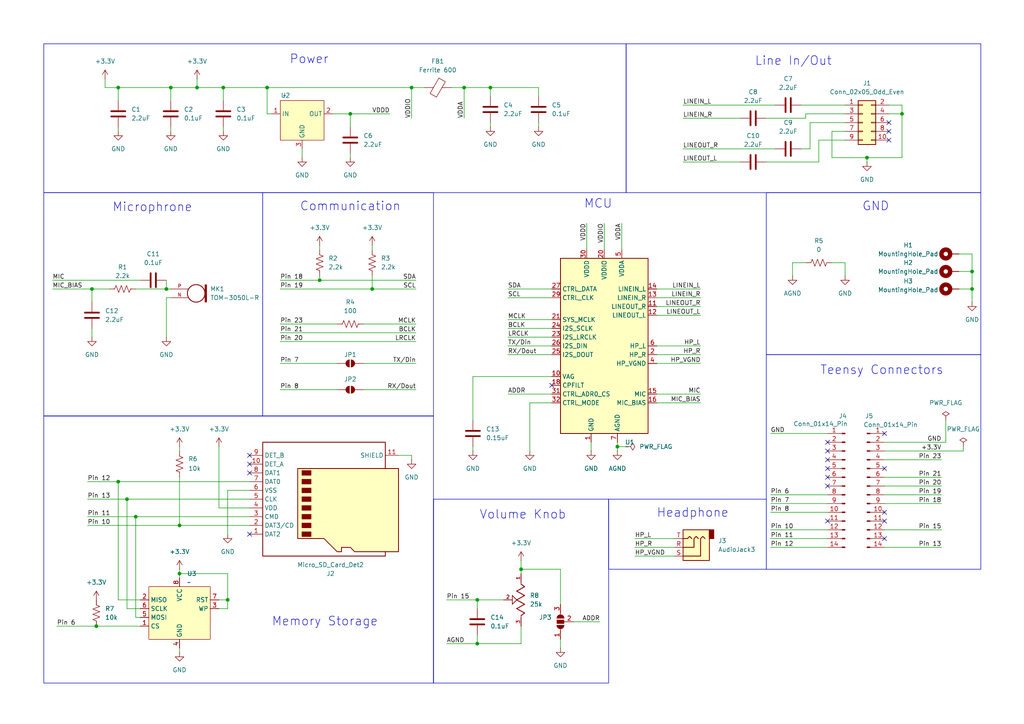
<source format=kicad_sch>
(kicad_sch (version 20231120) (generator "eeschema") (generator_version "8.0")
  (paper "A4")
  (lib_symbols
    (symbol "23LC1024T-ISN:23LC1024T-ISN"
      (property "Reference" "U" (at 0 0 0))
      (symbol "23LC1024T-ISN_1_1"
        (pin bidirectional line (at -2.54 3.81 0) (length 2.54) (name "CS") (number "1"))
        (pin bidirectional line (at -2.54 11.43 0) (length 2.54) (name "MISO") (number "2"))
        (pin bidirectional line (at 20.32 8.89 180) (length 2.54) (name "WP") (number "3"))
        (pin power_in line (at 8.89 -2.54 90) (length 2.54) (name "GND") (number "4"))
        (pin bidirectional line (at -2.54 6.35 0) (length 2.54) (name "MOSI") (number "5"))
        (pin bidirectional line (at -2.54 8.89 0) (length 2.54) (name "SCLK") (number "6"))
        (pin bidirectional line (at 20.32 11.43 180) (length 2.54) (name "RST") (number "7"))
        (pin power_in line (at 8.89 17.78 270) (length 2.54) (name "VCC") (number "8"))
      )
    )
    (symbol "3352T-1-253LF:3352T-1-253LF" (pin_names (offset 1.016))
      (property "Reference" "R" (at -5.08 5.08 0))
      (property "Value" "3352T-1-253LF" (at -5.08 2.54 0))
      (symbol "3352T-1-253LF_0_0"
        (pin passive line (at -7.62 0 0) (length 2.54) (name "~") (number "1"))
        (pin passive line (at 0 -5.08 90) (length 2.54) (name "~") (number "2"))
        (pin passive line (at 7.62 0 180) (length 2.54) (name "~") (number "3"))
      )
    )
    (symbol "AP7313-18SAG-7:AP7313-18SAG-7"
      (property "Reference" "U2" (at 2.794 11.684 0))
      (property "Value" "~" (at 2.54 11.684 0))
      (symbol "AP7313-18SAG-7_1_1"
        (pin power_in line (at -1.27 6.35 0) (length 2.54) (name "IN") (number "1"))
        (pin power_out line (at 16.51 6.35 180) (length 2.54) (name "OUT") (number "2"))
        (pin power_in line (at 7.62 -3.81 90) (length 2.54) (name "GND") (number "3"))
      )
    )
    (symbol "Connector:Conn_01x14_Pin" (pin_names (offset 1.016) hide)
      (property "Reference" "J" (at 0 17.78 0))
      (property "Value" "Conn_01x14_Pin" (at 0 -20.32 0))
      (symbol "Conn_01x14_Pin_1_1"
        (pin passive line (at 5.08 15.24 180) (length 3.81) (name "Pin_1") (number "1"))
        (pin passive line (at 5.08 -7.62 180) (length 3.81) (name "Pin_10") (number "10"))
        (pin passive line (at 5.08 -10.16 180) (length 3.81) (name "Pin_11") (number "11"))
        (pin passive line (at 5.08 -12.7 180) (length 3.81) (name "Pin_12") (number "12"))
        (pin passive line (at 5.08 -15.24 180) (length 3.81) (name "Pin_13") (number "13"))
        (pin passive line (at 5.08 -17.78 180) (length 3.81) (name "Pin_14") (number "14"))
        (pin passive line (at 5.08 12.7 180) (length 3.81) (name "Pin_2") (number "2"))
        (pin passive line (at 5.08 10.16 180) (length 3.81) (name "Pin_3") (number "3"))
        (pin passive line (at 5.08 7.62 180) (length 3.81) (name "Pin_4") (number "4"))
        (pin passive line (at 5.08 5.08 180) (length 3.81) (name "Pin_5") (number "5"))
        (pin passive line (at 5.08 2.54 180) (length 3.81) (name "Pin_6") (number "6"))
        (pin passive line (at 5.08 0 180) (length 3.81) (name "Pin_7") (number "7"))
        (pin passive line (at 5.08 -2.54 180) (length 3.81) (name "Pin_8") (number "8"))
        (pin passive line (at 5.08 -5.08 180) (length 3.81) (name "Pin_9") (number "9"))
      )
    )
    (symbol "Connector:Micro_SD_Card_Det2"
      (property "Reference" "J" (at -16.51 17.78 0))
      (property "Value" "Micro_SD_Card_Det2" (at 16.51 17.78 0))
      (symbol "Micro_SD_Card_Det2_1_1"
        (pin bidirectional line (at -22.86 10.16 0) (length 3.81) (name "DAT2") (number "1"))
        (pin passive line (at -22.86 -10.16 0) (length 3.81) (name "DET_A") (number "10"))
        (pin passive line (at 20.32 -12.7 180) (length 3.81) (name "SHIELD") (number "11"))
        (pin bidirectional line (at -22.86 7.62 0) (length 3.81) (name "DAT3/CD") (number "2"))
        (pin input line (at -22.86 5.08 0) (length 3.81) (name "CMD") (number "3"))
        (pin power_in line (at -22.86 2.54 0) (length 3.81) (name "VDD") (number "4"))
        (pin input line (at -22.86 0 0) (length 3.81) (name "CLK") (number "5"))
        (pin power_in line (at -22.86 -2.54 0) (length 3.81) (name "VSS") (number "6"))
        (pin bidirectional line (at -22.86 -5.08 0) (length 3.81) (name "DAT0") (number "7"))
        (pin bidirectional line (at -22.86 -7.62 0) (length 3.81) (name "DAT1") (number "8"))
        (pin passive line (at -22.86 -12.7 0) (length 3.81) (name "DET_B") (number "9"))
      )
    )
    (symbol "Connector_Audio:AudioJack3"
      (property "Reference" "J" (at 0 8.89 0))
      (property "Value" "AudioJack3" (at 0 6.35 0))
      (symbol "AudioJack3_1_1"
        (pin passive line (at 5.08 0 180) (length 2.54) (name "~") (number "R"))
        (pin passive line (at 5.08 2.54 180) (length 2.54) (name "~") (number "S"))
        (pin passive line (at 5.08 -2.54 180) (length 2.54) (name "~") (number "T"))
      )
    )
    (symbol "Connector_Generic:Conn_02x05_Odd_Even" (pin_names (offset 1.016) hide)
      (property "Reference" "J" (at 1.27 7.62 0))
      (property "Value" "Conn_02x05_Odd_Even" (at 1.27 -7.62 0))
      (symbol "Conn_02x05_Odd_Even_1_1"
        (pin passive line (at -5.08 5.08 0) (length 3.81) (name "Pin_1") (number "1"))
        (pin passive line (at 7.62 -5.08 180) (length 3.81) (name "Pin_10") (number "10"))
        (pin passive line (at 7.62 5.08 180) (length 3.81) (name "Pin_2") (number "2"))
        (pin passive line (at -5.08 2.54 0) (length 3.81) (name "Pin_3") (number "3"))
        (pin passive line (at 7.62 2.54 180) (length 3.81) (name "Pin_4") (number "4"))
        (pin passive line (at -5.08 0 0) (length 3.81) (name "Pin_5") (number "5"))
        (pin passive line (at 7.62 0 180) (length 3.81) (name "Pin_6") (number "6"))
        (pin passive line (at -5.08 -2.54 0) (length 3.81) (name "Pin_7") (number "7"))
        (pin passive line (at 7.62 -2.54 180) (length 3.81) (name "Pin_8") (number "8"))
        (pin passive line (at -5.08 -5.08 0) (length 3.81) (name "Pin_9") (number "9"))
      )
    )
    (symbol "Device:C" (pin_numbers hide) (pin_names (offset 0.254))
      (property "Reference" "C" (at 0.635 2.54 0))
      (property "Value" "C" (at 0.635 -2.54 0))
      (symbol "C_1_1"
        (pin passive line (at 0 3.81 270) (length 2.794) (name "~") (number "1"))
        (pin passive line (at 0 -3.81 90) (length 2.794) (name "~") (number "2"))
      )
    )
    (symbol "Device:FerriteBead" (pin_numbers hide) (pin_names (offset 0))
      (property "Reference" "FB1" (at 7.62 0.0508 90))
      (property "Value" "Ferrite 600" (at 5.08 0.0508 90))
      (symbol "FerriteBead_1_1"
        (pin power_in line (at 0 3.81 270) (length 2.54) (name "~") (number "1"))
        (pin power_out line (at 0 -3.81 90) (length 2.54) (name "~") (number "2"))
      )
    )
    (symbol "Device:R_US" (pin_numbers hide) (pin_names (offset 0))
      (property "Reference" "R" (at 2.54 0 90))
      (property "Value" "R_US" (at -2.54 0 90))
      (symbol "R_US_1_1"
        (pin passive line (at 0 3.81 270) (length 1.27) (name "~") (number "1"))
        (pin passive line (at 0 -3.81 90) (length 1.27) (name "~") (number "2"))
      )
    )
    (symbol "Jumper:SolderJumper_2_Open" (pin_numbers hide) (pin_names (offset 0) hide) (exclude_from_sim yes) (in_bom no)
      (property "Reference" "JP" (at 0 2.032 0))
      (property "Value" "SolderJumper_2_Open" (at 0 -2.54 0))
      (symbol "SolderJumper_2_Open_1_1"
        (pin passive line (at -3.81 0 0) (length 2.54) (name "A") (number "1"))
        (pin passive line (at 3.81 0 180) (length 2.54) (name "B") (number "2"))
      )
    )
    (symbol "Jumper:SolderJumper_3_Open" (pin_names (offset 0) hide) (exclude_from_sim yes) (in_bom no)
      (property "Reference" "JP" (at -2.54 -2.54 0))
      (property "Value" "SolderJumper_3_Open" (at 0 2.794 0))
      (symbol "SolderJumper_3_Open_1_1"
        (pin passive line (at -5.08 0 0) (length 2.54) (name "A") (number "1"))
        (pin passive line (at 0 -3.81 90) (length 2.54) (name "C") (number "2"))
        (pin passive line (at 5.08 0 180) (length 2.54) (name "B") (number "3"))
      )
    )
    (symbol "Mechanical:MountingHole_Pad" (pin_numbers hide) (pin_names (offset 1.016) hide) (exclude_from_sim yes) (in_bom no)
      (property "Reference" "H" (at 0 6.35 0))
      (property "Value" "MountingHole_Pad" (at 0 4.445 0))
      (symbol "MountingHole_Pad_1_1"
        (pin input line (at 0 -2.54 90) (length 2.54) (name "1") (number "1"))
      )
    )
    (symbol "SGTL5000XNBA3:SGTL5000XNBA3"
      (property "Reference" "U" (at 0 0 0))
      (symbol "SGTL5000XNBA3_1_1"
        (pin power_in line (at 8.89 -2.54 90) (length 2.54) (name "GND") (number "1"))
        (pin passive line (at -2.54 16.51 0) (length 2.54) (name "VAG") (number "10"))
        (pin output line (at 27.94 36.83 180) (length 2.54) (name "LINEOUT_R") (number "11"))
        (pin output line (at 27.94 34.29 180) (length 2.54) (name "LINEOUT_L") (number "12"))
        (pin input line (at 27.94 39.37 180) (length 2.54) (name "LINEIN_R") (number "13"))
        (pin input line (at 27.94 41.91 180) (length 2.54) (name "LINEIN_L") (number "14"))
        (pin input line (at 27.94 11.43 180) (length 2.54) (name "MIC") (number "15"))
        (pin input line (at 27.94 8.89 180) (length 2.54) (name "MIC_BIAS") (number "16"))
        (pin no_connect line (at 22.86 0 0) (length 2.54) hide (name "NC") (number "17"))
        (pin input line (at -2.54 13.97 0) (length 2.54) (name "CPFILT") (number "18"))
        (pin no_connect line (at 22.86 17.78 0) (length 2.54) hide (name "NC") (number "19"))
        (pin output line (at 27.94 22.86 180) (length 2.54) (name "HP_R") (number "2"))
        (pin power_in line (at 12.7 53.34 270) (length 2.54) (name "VDDIO") (number "20"))
        (pin input line (at -2.54 33.02 0) (length 2.54) (name "SYS_MCLK") (number "21"))
        (pin no_connect line (at 22.86 15.24 0) (length 2.54) hide (name "NC") (number "22"))
        (pin input line (at -2.54 27.94 0) (length 2.54) (name "I2S_LRCLK") (number "23"))
        (pin input line (at -2.54 30.48 0) (length 2.54) (name "I2S_SCLK") (number "24"))
        (pin output line (at -2.54 22.86 0) (length 2.54) (name "I2S_DOUT") (number "25"))
        (pin input line (at -2.54 25.4 0) (length 2.54) (name "I2S_DIN") (number "26"))
        (pin input line (at -2.54 41.91 0) (length 2.54) (name "CTRL_DATA") (number "27"))
        (pin no_connect line (at 22.86 12.7 0) (length 2.54) hide (name "NC") (number "28"))
        (pin input line (at -2.54 39.37 0) (length 2.54) (name "CTRL_CLK") (number "29"))
        (pin passive line (at 8.89 -2.54 90) (length 2.54) hide (name "GND") (number "3"))
        (pin power_in line (at 7.62 53.34 270) (length 2.54) (name "VDDD") (number "30"))
        (pin input line (at -2.54 11.43 0) (length 2.54) (name "CTRL_ADR0_CS") (number "31"))
        (pin input line (at -2.54 8.89 0) (length 2.54) (name "CTRL_MODE") (number "32"))
        (pin passive line (at 8.89 -2.54 90) (length 2.54) hide (name "GND") (number "33"))
        (pin power_out line (at 27.94 20.32 180) (length 2.54) (name "HP_VGND") (number "4"))
        (pin power_in line (at 17.78 53.34 270) (length 2.54) (name "VDDA") (number "5"))
        (pin output line (at 27.94 25.4 180) (length 2.54) (name "HP_L") (number "6"))
        (pin power_in line (at 16.51 -2.54 90) (length 2.54) (name "AGND") (number "7"))
        (pin no_connect line (at 22.86 5.08 0) (length 2.54) hide (name "NC") (number "8"))
        (pin no_connect line (at 22.86 2.54 0) (length 2.54) hide (name "NC") (number "9"))
      )
    )
    (symbol "TOM-3050L-R:TOM-3050L-R" (pin_names (offset 1.016))
      (property "Reference" "MK" (at -3.429 2.286 0))
      (property "Value" "TOM-3050L-R" (at -3.429 -6.096 0))
      (symbol "TOM-3050L-R_0_0"
        (pin passive line (at -5.08 -2.54 0) (length 5.08) (name "~") (number "N"))
        (pin passive line (at -5.08 0 0) (length 5.08) (name "~") (number "P"))
      )
    )
    (symbol "power:+3.3V" (power) (pin_numbers hide) (pin_names (offset 0) hide)
      (property "Value" "+3.3V" (at 0 3.556 0))
      (symbol "+3.3V_1_1"
        (pin power_in line (at 0 0 90) (length 0) (name "~") (number "1"))
      )
    )
    (symbol "power:GND" (power) (pin_numbers hide) (pin_names (offset 0) hide)
      (property "Value" "GND" (at 0 -3.81 0))
      (symbol "GND_1_1"
        (pin power_in line (at 0 0 270) (length 0) (name "~") (number "1"))
      )
    )
    (symbol "power:GNDA" (power) (pin_numbers hide) (pin_names (offset 0) hide)
      (property "Value" "GNDA" (at 0 -3.81 0))
      (symbol "GNDA_1_1"
        (pin power_in line (at 0 0 270) (length 0) (name "~") (number "1"))
      )
    )
    (symbol "power:PWR_FLAG" (power) (pin_numbers hide) (pin_names (offset 0) hide)
      (property "Value" "PWR_FLAG" (at 0 3.81 0))
      (symbol "PWR_FLAG_0_0"
        (pin power_out line (at 0 0 90) (length 0) (name "~") (number "1"))
      )
    )
  )
  (junction (at 52.07 166.37))
  (junction (at 134.62 25.4))
  (junction (at 34.29 25.4))
  (junction (at 119.38 25.4))
  (junction (at 251.46 45.72))
  (junction (at 49.53 25.4))
  (junction (at 151.13 165.1))
  (junction (at 142.24 25.4))
  (junction (at 66.04 173.99))
  (junction (at 26.67 83.82))
  (junction (at 179.07 129.54))
  (junction (at 138.43 186.69))
  (junction (at 261.62 33.02))
  (junction (at 36.83 144.78))
  (junction (at 77.47 25.4))
  (junction (at 39.37 149.86))
  (junction (at 281.94 83.82))
  (junction (at 101.6 33.02))
  (junction (at 281.94 78.74))
  (junction (at 48.26 83.82))
  (junction (at 138.43 173.99))
  (junction (at 92.71 81.28))
  (junction (at 107.95 83.82))
  (junction (at 52.07 152.4))
  (junction (at 57.15 25.4))
  (junction (at 27.94 181.61))
  (junction (at 34.29 139.7))
  (junction (at 64.77 25.4))
  (no_connect (at 240.03 151.13))
  (no_connect (at 240.03 140.97))
  (no_connect (at 72.39 132.08))
  (no_connect (at 72.39 154.94))
  (no_connect (at 256.54 135.89))
  (no_connect (at 240.03 135.89))
  (no_connect (at 72.39 134.62))
  (no_connect (at 256.54 148.59))
  (no_connect (at 240.03 133.35))
  (no_connect (at 257.81 38.1))
  (no_connect (at 160.02 111.76))
  (no_connect (at 240.03 130.81))
  (no_connect (at 72.39 137.16))
  (no_connect (at 256.54 156.21))
  (no_connect (at 256.54 151.13))
  (no_connect (at 240.03 138.43))
  (no_connect (at 240.03 128.27))
  (no_connect (at 256.54 125.73))
  (no_connect (at 257.81 35.56))
  (no_connect (at 257.81 40.64))
  (wire (pts (xy 198.12 43.18) (xy 224.79 43.18)))
  (wire (pts (xy 34.29 25.4) (xy 34.29 29.21)))
  (wire (pts (xy 147.32 95.25) (xy 160.02 95.25)))
  (wire (pts (xy 147.32 100.33) (xy 160.02 100.33)))
  (wire (pts (xy 151.13 181.61) (xy 151.13 186.69)))
  (wire (pts (xy 190.5 116.84) (xy 203.2 116.84)))
  (wire (pts (xy 190.5 83.82) (xy 203.2 83.82)))
  (wire (pts (xy 234.95 43.18) (xy 234.95 35.56)))
  (wire (pts (xy 223.52 125.73) (xy 240.03 125.73)))
  (wire (pts (xy 87.63 43.18) (xy 87.63 45.72)))
  (wire (pts (xy 184.15 161.29) (xy 195.58 161.29)))
  (wire (pts (xy 223.52 156.21) (xy 240.03 156.21)))
  (wire (pts (xy 179.07 129.54) (xy 181.61 129.54)))
  (wire (pts (xy 223.52 146.05) (xy 240.03 146.05)))
  (wire (pts (xy 223.52 148.59) (xy 240.03 148.59)))
  (wire (pts (xy 232.41 30.48) (xy 245.11 30.48)))
  (wire (pts (xy 156.21 25.4) (xy 156.21 27.94)))
  (wire (pts (xy 147.32 92.71) (xy 160.02 92.71)))
  (wire (pts (xy 278.13 73.66) (xy 281.94 73.66)))
  (wire (pts (xy 233.68 34.29) (xy 233.68 33.02)))
  (wire (pts (xy 101.6 45.72) (xy 101.6 44.45)))
  (wire (pts (xy 48.26 83.82) (xy 49.53 83.82)))
  (wire (pts (xy 160.02 116.84) (xy 153.67 116.84)))
  (wire (pts (xy 281.94 73.66) (xy 281.94 78.74)))
  (wire (pts (xy 52.07 165.1) (xy 52.07 166.37)))
  (wire (pts (xy 81.28 113.03) (xy 97.79 113.03)))
  (wire (pts (xy 147.32 83.82) (xy 160.02 83.82)))
  (wire (pts (xy 26.67 83.82) (xy 31.75 83.82)))
  (wire (pts (xy 256.54 138.43) (xy 273.05 138.43)))
  (wire (pts (xy 256.54 130.81) (xy 279.4 130.81)))
  (wire (pts (xy 171.45 128.27) (xy 171.45 130.81)))
  (wire (pts (xy 96.52 33.02) (xy 101.6 33.02)))
  (wire (pts (xy 40.64 173.99) (xy 34.29 173.99)))
  (wire (pts (xy 92.71 81.28) (xy 92.71 80.01)))
  (wire (pts (xy 119.38 132.08) (xy 119.38 133.35)))
  (wire (pts (xy 107.95 71.12) (xy 107.95 72.39)))
  (wire (pts (xy 241.3 45.72) (xy 251.46 45.72)))
  (wire (pts (xy 256.54 140.97) (xy 273.05 140.97)))
  (wire (pts (xy 142.24 25.4) (xy 142.24 27.94)))
  (wire (pts (xy 232.41 43.18) (xy 234.95 43.18)))
  (wire (pts (xy 66.04 142.24) (xy 66.04 154.94)))
  (wire (pts (xy 256.54 128.27) (xy 274.32 128.27)))
  (wire (pts (xy 138.43 173.99) (xy 146.05 173.99)))
  (wire (pts (xy 64.77 25.4) (xy 64.77 29.21)))
  (wire (pts (xy 190.5 102.87) (xy 203.2 102.87)))
  (wire (pts (xy 274.32 128.27) (xy 274.32 121.92)))
  (wire (pts (xy 229.87 76.2) (xy 233.68 76.2)))
  (wire (pts (xy 39.37 149.86) (xy 72.39 149.86)))
  (wire (pts (xy 105.41 105.41) (xy 120.65 105.41)))
  (wire (pts (xy 261.62 30.48) (xy 257.81 30.48)))
  (wire (pts (xy 52.07 152.4) (xy 72.39 152.4)))
  (wire (pts (xy 34.29 25.4) (xy 49.53 25.4)))
  (wire (pts (xy 279.4 130.81) (xy 279.4 129.54)))
  (wire (pts (xy 190.5 114.3) (xy 203.2 114.3)))
  (wire (pts (xy 25.4 144.78) (xy 36.83 144.78)))
  (wire (pts (xy 130.81 25.4) (xy 134.62 25.4)))
  (wire (pts (xy 72.39 147.32) (xy 63.5 147.32)))
  (wire (pts (xy 261.62 33.02) (xy 261.62 30.48)))
  (wire (pts (xy 234.95 35.56) (xy 245.11 35.56)))
  (wire (pts (xy 105.41 113.03) (xy 120.65 113.03)))
  (wire (pts (xy 81.28 81.28) (xy 92.71 81.28)))
  (wire (pts (xy 39.37 83.82) (xy 48.26 83.82)))
  (wire (pts (xy 66.04 173.99) (xy 66.04 166.37)))
  (wire (pts (xy 138.43 186.69) (xy 138.43 184.15)))
  (wire (pts (xy 147.32 97.79) (xy 160.02 97.79)))
  (wire (pts (xy 52.07 129.54) (xy 52.07 130.81)))
  (wire (pts (xy 256.54 133.35) (xy 273.05 133.35)))
  (wire (pts (xy 198.12 34.29) (xy 214.63 34.29)))
  (wire (pts (xy 237.49 46.99) (xy 237.49 40.64)))
  (wire (pts (xy 170.18 64.77) (xy 170.18 72.39)))
  (wire (pts (xy 142.24 36.83) (xy 142.24 35.56)))
  (wire (pts (xy 40.64 179.07) (xy 39.37 179.07)))
  (wire (pts (xy 66.04 166.37) (xy 52.07 166.37)))
  (wire (pts (xy 137.16 109.22) (xy 137.16 121.92)))
  (wire (pts (xy 241.3 38.1) (xy 241.3 45.72)))
  (wire (pts (xy 92.71 71.12) (xy 92.71 72.39)))
  (wire (pts (xy 57.15 22.86) (xy 57.15 25.4)))
  (wire (pts (xy 281.94 78.74) (xy 278.13 78.74)))
  (wire (pts (xy 26.67 83.82) (xy 26.67 87.63)))
  (wire (pts (xy 147.32 114.3) (xy 160.02 114.3)))
  (wire (pts (xy 241.3 38.1) (xy 245.11 38.1)))
  (wire (pts (xy 77.47 33.02) (xy 78.74 33.02)))
  (wire (pts (xy 25.4 152.4) (xy 52.07 152.4)))
  (wire (pts (xy 16.51 181.61) (xy 27.94 181.61)))
  (wire (pts (xy 138.43 173.99) (xy 138.43 176.53)))
  (wire (pts (xy 57.15 25.4) (xy 64.77 25.4)))
  (wire (pts (xy 237.49 40.64) (xy 245.11 40.64)))
  (wire (pts (xy 81.28 83.82) (xy 107.95 83.82)))
  (wire (pts (xy 162.56 185.42) (xy 162.56 187.96)))
  (wire (pts (xy 25.4 139.7) (xy 34.29 139.7)))
  (wire (pts (xy 184.15 156.21) (xy 195.58 156.21)))
  (wire (pts (xy 147.32 86.36) (xy 160.02 86.36)))
  (wire (pts (xy 134.62 25.4) (xy 134.62 34.29)))
  (wire (pts (xy 142.24 25.4) (xy 156.21 25.4)))
  (wire (pts (xy 63.5 129.54) (xy 63.5 147.32)))
  (wire (pts (xy 40.64 176.53) (xy 36.83 176.53)))
  (wire (pts (xy 34.29 36.83) (xy 34.29 38.1)))
  (wire (pts (xy 175.26 64.77) (xy 175.26 72.39)))
  (wire (pts (xy 39.37 179.07) (xy 39.37 149.86)))
  (wire (pts (xy 119.38 25.4) (xy 123.19 25.4)))
  (wire (pts (xy 256.54 143.51) (xy 273.05 143.51)))
  (wire (pts (xy 190.5 91.44) (xy 203.2 91.44)))
  (wire (pts (xy 115.57 132.08) (xy 119.38 132.08)))
  (wire (pts (xy 138.43 186.69) (xy 151.13 186.69)))
  (wire (pts (xy 26.67 97.79) (xy 26.67 95.25)))
  (wire (pts (xy 105.41 93.98) (xy 120.65 93.98)))
  (wire (pts (xy 233.68 33.02) (xy 245.11 33.02)))
  (wire (pts (xy 49.53 36.83) (xy 49.53 38.1)))
  (wire (pts (xy 36.83 144.78) (xy 72.39 144.78)))
  (wire (pts (xy 30.48 22.86) (xy 30.48 25.4)))
  (wire (pts (xy 184.15 158.75) (xy 195.58 158.75)))
  (wire (pts (xy 49.53 25.4) (xy 57.15 25.4)))
  (wire (pts (xy 166.37 180.34) (xy 173.99 180.34)))
  (wire (pts (xy 66.04 142.24) (xy 72.39 142.24)))
  (wire (pts (xy 153.67 116.84) (xy 153.67 130.81)))
  (wire (pts (xy 49.53 25.4) (xy 49.53 29.21)))
  (wire (pts (xy 229.87 76.2) (xy 229.87 80.01)))
  (wire (pts (xy 151.13 162.56) (xy 151.13 165.1)))
  (wire (pts (xy 223.52 158.75) (xy 240.03 158.75)))
  (wire (pts (xy 281.94 83.82) (xy 281.94 87.63)))
  (wire (pts (xy 15.24 83.82) (xy 26.67 83.82)))
  (wire (pts (xy 256.54 158.75) (xy 273.05 158.75)))
  (wire (pts (xy 222.25 46.99) (xy 237.49 46.99)))
  (wire (pts (xy 52.07 138.43) (xy 52.07 152.4)))
  (wire (pts (xy 101.6 33.02) (xy 113.03 33.02)))
  (wire (pts (xy 223.52 153.67) (xy 240.03 153.67)))
  (wire (pts (xy 198.12 46.99) (xy 214.63 46.99)))
  (wire (pts (xy 52.07 166.37) (xy 52.07 167.64)))
  (wire (pts (xy 107.95 83.82) (xy 120.65 83.82)))
  (wire (pts (xy 36.83 144.78) (xy 36.83 176.53)))
  (wire (pts (xy 223.52 143.51) (xy 240.03 143.51)))
  (wire (pts (xy 101.6 33.02) (xy 101.6 36.83)))
  (wire (pts (xy 129.54 186.69) (xy 138.43 186.69)))
  (wire (pts (xy 64.77 25.4) (xy 77.47 25.4)))
  (wire (pts (xy 190.5 100.33) (xy 203.2 100.33)))
  (wire (pts (xy 77.47 25.4) (xy 119.38 25.4)))
  (wire (pts (xy 278.13 83.82) (xy 281.94 83.82)))
  (wire (pts (xy 190.5 105.41) (xy 203.2 105.41)))
  (wire (pts (xy 251.46 45.72) (xy 251.46 46.99)))
  (wire (pts (xy 81.28 93.98) (xy 97.79 93.98)))
  (wire (pts (xy 34.29 139.7) (xy 34.29 173.99)))
  (wire (pts (xy 30.48 25.4) (xy 34.29 25.4)))
  (wire (pts (xy 25.4 149.86) (xy 39.37 149.86)))
  (wire (pts (xy 49.53 86.36) (xy 48.26 86.36)))
  (wire (pts (xy 34.29 139.7) (xy 72.39 139.7)))
  (wire (pts (xy 190.5 88.9) (xy 203.2 88.9)))
  (wire (pts (xy 81.28 105.41) (xy 97.79 105.41)))
  (wire (pts (xy 222.25 34.29) (xy 233.68 34.29)))
  (wire (pts (xy 151.13 165.1) (xy 162.56 165.1)))
  (wire (pts (xy 15.24 81.28) (xy 40.64 81.28)))
  (wire (pts (xy 190.5 86.36) (xy 203.2 86.36)))
  (wire (pts (xy 81.28 99.06) (xy 120.65 99.06)))
  (wire (pts (xy 179.07 129.54) (xy 179.07 130.81)))
  (wire (pts (xy 245.11 76.2) (xy 245.11 80.01)))
  (wire (pts (xy 160.02 109.22) (xy 137.16 109.22)))
  (wire (pts (xy 137.16 129.54) (xy 137.16 130.81)))
  (wire (pts (xy 162.56 165.1) (xy 162.56 175.26)))
  (wire (pts (xy 63.5 173.99) (xy 66.04 173.99)))
  (wire (pts (xy 129.54 173.99) (xy 138.43 173.99)))
  (wire (pts (xy 180.34 64.77) (xy 180.34 72.39)))
  (wire (pts (xy 281.94 78.74) (xy 281.94 83.82)))
  (wire (pts (xy 40.64 181.61) (xy 27.94 181.61)))
  (wire (pts (xy 251.46 45.72) (xy 261.62 45.72)))
  (wire (pts (xy 63.5 176.53) (xy 66.04 176.53)))
  (wire (pts (xy 151.13 165.1) (xy 151.13 166.37)))
  (wire (pts (xy 48.26 81.28) (xy 48.26 83.82)))
  (wire (pts (xy 256.54 146.05) (xy 273.05 146.05)))
  (wire (pts (xy 77.47 33.02) (xy 77.47 25.4)))
  (wire (pts (xy 147.32 102.87) (xy 160.02 102.87)))
  (wire (pts (xy 134.62 25.4) (xy 142.24 25.4)))
  (wire (pts (xy 156.21 36.83) (xy 156.21 35.56)))
  (wire (pts (xy 107.95 83.82) (xy 107.95 80.01)))
  (wire (pts (xy 179.07 128.27) (xy 179.07 129.54)))
  (wire (pts (xy 256.54 153.67) (xy 273.05 153.67)))
  (wire (pts (xy 261.62 45.72) (xy 261.62 33.02)))
  (wire (pts (xy 64.77 36.83) (xy 64.77 38.1)))
  (wire (pts (xy 81.28 96.52) (xy 120.65 96.52)))
  (wire (pts (xy 52.07 189.23) (xy 52.07 187.96)))
  (wire (pts (xy 257.81 33.02) (xy 261.62 33.02)))
  (wire (pts (xy 241.3 76.2) (xy 245.11 76.2)))
  (wire (pts (xy 198.12 30.48) (xy 224.79 30.48)))
  (wire (pts (xy 48.26 86.36) (xy 48.26 97.79)))
  (wire (pts (xy 66.04 176.53) (xy 66.04 173.99)))
  (wire (pts (xy 92.71 81.28) (xy 120.65 81.28)))
  (wire (pts (xy 119.38 25.4) (xy 119.38 34.29)))
  (rectangle (start 12.7 55.88) (end 76.2 120.65))
  (rectangle (start 76.2 55.88) (end 125.73 120.65))
  (rectangle (start 176.53 144.78) (end 222.25 165.1))
  (rectangle (start 222.25 55.88) (end 284.48 102.87))
  (rectangle (start 222.25 102.87) (end 284.48 165.1))
  (rectangle (start 12.7 120.65) (end 125.73 198.12))
  (rectangle (start 125.73 144.78) (end 176.53 198.12))
  (rectangle (start 12.7 12.7) (end 181.61 55.88))
  (rectangle (start 181.61 12.7) (end 284.48 55.88))
  (text "Microphrone" (at 44.196 60.198 0) (effects (font (size 2.54 2.54))))
  (text "Volume Knob" (at 151.638 149.352 0) (effects (font (size 2.54 2.54))))
  (text "Headphone" (at 200.914 148.844 0) (effects (font (size 2.54 2.54))))
  (text "Power" (at 89.662 17.272 0) (effects (font (size 2.54 2.54))))
  (text "Memory Storage" (at 94.234 180.34 0) (effects (font (size 2.54 2.54))))
  (text "Teensy Connectors" (at 255.778 107.442 0) (effects (font (size 2.54 2.54))))
  (text "MCU" (at 173.482 59.182 0) (effects (font (size 2.54 2.54))))
  (text "Communication" (at 101.6 59.944 0) (effects (font (size 2.54 2.54))))
  (text "GND" (at 254 59.944 0) (effects (font (size 2.54 2.54))))
  (text "Line In/Out" (at 230.124 17.78 0) (effects (font (size 2.54 2.54))))
  (label "Pin 11" (at 223.52 156.21 0))
  (label "SCL" (at 120.65 83.82 180))
  (label "LINEIN_L" (at 203.2 83.82 180))
  (label "HP_VGND" (at 203.2 105.41 180))
  (label "VDDA" (at 134.62 34.29 90))
  (label "Pin 11" (at 25.4 149.86 0))
  (label "Pin 20" (at 81.28 99.06 0))
  (label "SDA" (at 147.32 83.82 0))
  (label "Pin 6" (at 16.51 181.61 0))
  (label "Pin 7" (at 223.52 146.05 0))
  (label "Pin 6" (at 223.52 143.51 0))
  (label "Pin 23" (at 81.28 93.98 0))
  (label "Pin 12" (at 25.4 139.7 0))
  (label "MIC" (at 203.2 114.3 180))
  (label "HP_R" (at 184.15 158.75 0))
  (label "RX{slash}Dout" (at 120.65 113.03 180))
  (label "SCL" (at 147.32 86.36 0))
  (label "Pin 10" (at 25.4 152.4 0))
  (label "AGND" (at 129.54 186.69 0))
  (label "Pin 7" (at 81.28 105.41 0))
  (label "LINEOUT_L" (at 203.2 91.44 180))
  (label "HP_L" (at 203.2 100.33 180))
  (label "GND" (at 223.52 125.73 0))
  (label "ADDR" (at 173.99 180.34 180))
  (label "Pin 8" (at 81.28 113.03 0))
  (label "GND" (at 273.05 128.27 180))
  (label "Pin 20" (at 273.05 140.97 180))
  (label "LINEOUT_R" (at 203.2 88.9 180))
  (label "MIC" (at 15.24 81.28 0))
  (label "Pin 13" (at 273.05 158.75 180))
  (label "MIC_BIAS" (at 15.24 83.82 0))
  (label "HP_VGND" (at 184.15 161.29 0))
  (label "LINEIN_R" (at 203.2 86.36 180))
  (label "HP_R" (at 203.2 102.87 180))
  (label "ADDR" (at 147.32 114.3 0))
  (label "Pin 13" (at 25.4 144.78 0))
  (label "Pin 21" (at 81.28 96.52 0))
  (label "TX{slash}Din" (at 120.65 105.41 180))
  (label "MCLK" (at 147.32 92.71 0))
  (label "+3.3V" (at 273.05 130.81 180))
  (label "Pin 19" (at 273.05 143.51 180))
  (label "Pin 12" (at 223.52 158.75 0))
  (label "BCLK" (at 120.65 96.52 180))
  (label "Pin 15" (at 273.05 153.67 180))
  (label "Pin 19" (at 81.28 83.82 0))
  (label "VDDIO" (at 175.26 64.77 270))
  (label "Pin 21" (at 273.05 138.43 180))
  (label "Pin 18" (at 81.28 81.28 0))
  (label "Pin 15" (at 129.54 173.99 0))
  (label "VDDD" (at 170.18 64.77 270))
  (label "HP_L" (at 184.15 156.21 0))
  (label "Pin 10" (at 223.52 153.67 0))
  (label "Pin 8" (at 223.52 148.59 0))
  (label "VDDIO" (at 119.38 34.29 90))
  (label "VDDD" (at 113.03 33.02 180))
  (label "SDA" (at 120.65 81.28 180))
  (label "Pin 23" (at 273.05 133.35 180))
  (label "LINEOUT_R" (at 198.12 43.18 0))
  (label "Pin 18" (at 273.05 146.05 180))
  (label "VDDA" (at 180.34 64.77 270))
  (label "LINEIN_R" (at 198.12 34.29 0))
  (label "MCLK" (at 120.65 93.98 180))
  (label "BCLK" (at 147.32 95.25 0))
  (label "LINEIN_L" (at 198.12 30.48 0))
  (label "LRCLK" (at 120.65 99.06 180))
  (label "RX{slash}Dout" (at 147.32 102.87 0))
  (label "LRCLK" (at 147.32 97.79 0))
  (label "TX{slash}Din" (at 147.32 100.33 0))
  (label "LINEOUT_L" (at 198.12 46.99 0))
  (label "MIC_BIAS" (at 203.2 116.84 180))
  (symbol (lib_id "Device:C") (at 218.44 34.29 90) (unit 1)
    (property "Reference" "C8" (at 218.44 26.67 90))
    (property "Value" "2.2uF" (at 218.44 29.21 90))
    (property "Footprint" "Capacitor_SMD:C_0402_1005Metric" (effects (hide yes)))
    (property "Description" "Unpolarized capacitor" (effects (hide yes)))
  )
  (symbol (lib_id "Connector:Conn_01x14_Pin") (at 251.46 140.97 0) (unit 1)
    (property "Reference" "J5" (at 252.095 120.65 0))
    (property "Value" "Conn_01x14_Pin" (at 258.318 123.19 0))
    (property "Footprint" "Connector_PinHeader_2.54mm:PinHeader_1x14_P2.54mm_Vertical" (effects (hide yes)))
    (property "Description" "Generic connector, single row, 01x14, script generated" (effects (hide yes)))
  )
  (symbol (lib_id "Device:C") (at 228.6 30.48 90) (unit 1)
    (property "Reference" "C7" (at 228.6 22.86 90))
    (property "Value" "2.2uF" (at 228.6 25.4 90))
    (property "Footprint" "Capacitor_SMD:C_0402_1005Metric" (effects (hide yes)))
    (property "Description" "Unpolarized capacitor" (effects (hide yes)))
  )
  (symbol (lib_id "power:+3.3V") (at 151.13 162.56 0) (unit 1)
    (property "Reference" "#PWR020" (effects (hide yes)))
    (property "Value" "+3.3V" (at 151.13 157.48 0))
    (property "Description" "Power symbol creates a global label with name \"+3.3V\"" (effects (hide yes)))
  )
  (symbol (lib_id "Device:R_US") (at 35.56 83.82 90) (unit 1)
    (property "Reference" "R1" (at 35.56 77.47 90))
    (property "Value" "2.2k" (at 35.56 80.01 90))
    (property "Footprint" "Resistor_SMD:R_0402_1005Metric" (effects (hide yes)))
    (property "Description" "Resistor, US symbol" (effects (hide yes)))
  )
  (symbol (lib_id "Device:R_US") (at 52.07 134.62 0) (unit 1)
    (property "Reference" "R6" (at 54.61 133.096 0) (effects (justify left)))
    (property "Value" "10k" (at 54.61 135.8899 0) (effects (justify left)))
    (property "Footprint" "Resistor_SMD:R_0402_1005Metric" (effects (hide yes)))
    (property "Description" "Resistor, US symbol" (effects (hide yes)))
  )
  (symbol (lib_id "SGTL5000XNBA3:SGTL5000XNBA3") (at 162.56 125.73 0) (unit 1)
    (property "Reference" "U1" (at 181.2641 128.27 0) (effects (justify left)))
    (property "Value" "~" (at 181.2641 129.54 0) (effects (justify left)))
    (property "Footprint" "Package_DFN_QFN:QFN-32-1EP_5x5mm_P0.5mm_EP3.6x3.6mm" (effects (hide yes)))
  )
  (symbol (lib_id "Device:C") (at 49.53 33.02 0) (unit 1)
    (property "Reference" "C2" (at 53.34 31.7499 0) (effects (justify left)))
    (property "Value" "0.1uF" (at 53.34 34.2899 0) (effects (justify left)))
    (property "Footprint" "Capacitor_SMD:C_0402_1005Metric" (effects (hide yes)))
    (property "Description" "Unpolarized capacitor" (effects (hide yes)))
  )
  (symbol (lib_id "Device:R_US") (at 27.94 177.8 0) (unit 1)
    (property "Reference" "R7" (at 30.48 176.5299 0) (effects (justify left)))
    (property "Value" "10k" (at 30.48 179.0699 0) (effects (justify left)))
    (property "Footprint" "Resistor_SMD:R_0402_1005Metric" (effects (hide yes)))
    (property "Description" "Resistor, US symbol" (effects (hide yes)))
  )
  (symbol (lib_id "power:+3.3V") (at 30.48 22.86 0) (unit 1)
    (property "Reference" "#PWR024" (effects (hide yes)))
    (property "Value" "+3.3V" (at 30.48 17.78 0))
    (property "Description" "Power symbol creates a global label with name \"+3.3V\"" (effects (hide yes)))
  )
  (symbol (lib_id "Device:FerriteBead") (at 127 25.4 90) (unit 1)
    (property "Reference" "FB1" (at 126.9492 17.78 90))
    (property "Value" "Ferrite 600" (at 126.9492 20.32 90))
    (property "Footprint" "Inductor_SMD:L_0402_1005Metric" (effects (hide yes)))
    (property "Description" "Ferrite bead" (effects (hide yes)))
  )
  (symbol (lib_id "power:GNDA") (at 179.07 130.81 0) (unit 1)
    (property "Reference" "#PWR027" (effects (hide yes)))
    (property "Value" "AGND" (at 179.07 135.89 0))
    (property "Description" "Power symbol creates a global label with name \"GNDA\" , analog ground" (effects (hide yes)))
  )
  (symbol (lib_id "Mechanical:MountingHole_Pad") (at 275.59 83.82 90) (unit 1) (exclude_from_sim yes) (in_bom no)
    (property "Reference" "H3" (at 263.398 81.534 90))
    (property "Value" "MountingHole_Pad" (at 263.398 84.074 90))
    (property "Footprint" "MountingHole:MountingHole_3.2mm_M3_ISO7380_Pad" (effects (hide yes)))
    (property "Description" "Mounting Hole with connection" (effects (hide yes)))
  )
  (symbol (lib_id "power:GND") (at 64.77 38.1 0) (unit 1)
    (property "Reference" "#PWR05" (effects (hide yes)))
    (property "Value" "GND" (at 64.77 43.18 0))
    (property "Description" "Power symbol creates a global label with name \"GND\" , ground" (effects (hide yes)))
  )
  (symbol (lib_id "Connector_Audio:AudioJack3") (at 200.66 158.75 180) (unit 1)
    (property "Reference" "J3" (at 208.28 156.8449 0) (effects (justify right)))
    (property "Value" "AudioJack3" (at 208.28 159.3849 0) (effects (justify right)))
    (property "Footprint" "Connector_Audio:Jack_3.5mm_CUI_SJ-3523-SMT_Horizontal" (effects (hide yes)))
    (property "Description" "Audio Jack, 3 Poles (Stereo / TRS)" (effects (hide yes)))
  )
  (symbol (lib_id "power:GND") (at 52.07 189.23 0) (unit 1)
    (property "Reference" "#PWR015" (effects (hide yes)))
    (property "Value" "GND" (at 52.07 194.31 0))
    (property "Description" "Power symbol creates a global label with name \"GND\" , ground" (effects (hide yes)))
  )
  (symbol (lib_id "power:PWR_FLAG") (at 181.61 129.54 270) (unit 1)
    (property "Reference" "#FLG03" (effects (hide yes)))
    (property "Value" "PWR_FLAG" (at 185.42 129.5399 90) (effects (justify left)))
    (property "Description" "Special symbol for telling ERC where power comes from" (effects (hide yes)))
  )
  (symbol (lib_id "Device:C") (at 142.24 31.75 0) (unit 1)
    (property "Reference" "C4" (at 146.05 30.4799 0) (effects (justify left)))
    (property "Value" "2.2uF" (at 146.05 33.0199 0) (effects (justify left)))
    (property "Footprint" "Capacitor_SMD:C_0402_1005Metric" (effects (hide yes)))
    (property "Description" "Unpolarized capacitor" (effects (hide yes)))
  )
  (symbol (lib_id "power:GND") (at 251.46 46.99 0) (unit 1)
    (property "Reference" "#PWR014" (effects (hide yes)))
    (property "Value" "GND" (at 251.46 52.07 0))
    (property "Description" "Power symbol creates a global label with name \"GND\" , ground" (effects (hide yes)))
  )
  (symbol (lib_id "power:GND") (at 153.67 130.81 0) (unit 1)
    (property "Reference" "#PWR028" (effects (hide yes)))
    (property "Value" "GND" (at 153.67 135.89 0))
    (property "Description" "Power symbol creates a global label with name \"GND\" , ground" (effects (hide yes)))
  )
  (symbol (lib_id "power:GND") (at 66.04 154.94 0) (unit 1)
    (property "Reference" "#PWR012" (effects (hide yes)))
    (property "Value" "GND" (at 66.04 160.02 0))
    (property "Description" "Power symbol creates a global label with name \"GND\" , ground" (effects (hide yes)))
  )
  (symbol (lib_id "power:PWR_FLAG") (at 279.4 129.54 0) (unit 1)
    (property "Reference" "#FLG02" (effects (hide yes)))
    (property "Value" "PWR_FLAG" (at 279.4 124.46 0))
    (property "Description" "Special symbol for telling ERC where power comes from" (effects (hide yes)))
  )
  (symbol (lib_id "power:GND") (at 49.53 38.1 0) (unit 1)
    (property "Reference" "#PWR06" (effects (hide yes)))
    (property "Value" "GND" (at 49.53 43.18 0))
    (property "Description" "Power symbol creates a global label with name \"GND\" , ground" (effects (hide yes)))
  )
  (symbol (lib_id "AP7313-18SAG-7:AP7313-18SAG-7") (at 80.01 39.37 0) (unit 1)
    (property "Reference" "U2" (at 82.804 27.686 0))
    (property "Value" "~" (at 82.55 27.686 0))
    (property "Footprint" "AP7313-18SAG-7:SOT95P260X110-3N" (effects (hide yes)))
  )
  (symbol (lib_id "power:+3.3V") (at 63.5 129.54 0) (unit 1)
    (property "Reference" "#PWR016" (effects (hide yes)))
    (property "Value" "+3.3V" (at 63.5 124.46 0))
    (property "Description" "Power symbol creates a global label with name \"+3.3V\"" (effects (hide yes)))
  )
  (symbol (lib_id "Connector_Generic:Conn_02x05_Odd_Even") (at 250.19 35.56 0) (unit 1)
    (property "Reference" "J1" (at 251.46 24.13 0))
    (property "Value" "Conn_02x05_Odd_Even" (at 251.46 26.67 0))
    (property "Footprint" "Connector_PinHeader_2.54mm:PinHeader_2x05_P2.54mm_Vertical" (effects (hide yes)))
    (property "Description" "Generic connector, double row, 02x05, odd/even pin numbering scheme (row 1 odd numbers, row 2 even numbers), script generated (kicad-library-utils/schlib/autogen/connector/)" (effects (hide yes)))
  )
  (symbol (lib_id "power:+3.3V") (at 107.95 71.12 0) (unit 1)
    (property "Reference" "#PWR022" (effects (hide yes)))
    (property "Value" "+3.3V" (at 107.95 66.04 0))
    (property "Description" "Power symbol creates a global label with name \"+3.3V\"" (effects (hide yes)))
  )
  (symbol (lib_id "Jumper:SolderJumper_2_Open") (at 101.6 105.41 0) (unit 1) (exclude_from_sim yes) (in_bom no)
    (property "Reference" "JP1" (at 101.6 102.87 0))
    (property "Value" "SolderJumper_2_Open" (effects (hide yes)))
    (property "Footprint" "Jumper:SolderJumper-2_P1.3mm_Open_Pad1.0x1.5mm" (effects (hide yes)))
    (property "Description" "Solder Jumper, 2-pole, open" (effects (hide yes)))
  )
  (symbol (lib_id "Device:R_US") (at 237.49 76.2 90) (unit 1)
    (property "Reference" "R5" (at 237.49 69.85 90))
    (property "Value" "0" (at 237.49 72.39 90))
    (property "Footprint" "Resistor_SMD:R_0402_1005Metric" (effects (hide yes)))
    (property "Description" "Resistor, US symbol" (effects (hide yes)))
  )
  (symbol (lib_id "power:GND") (at 245.11 80.01 0) (unit 1)
    (property "Reference" "#PWR013" (effects (hide yes)))
    (property "Value" "GND" (at 245.11 85.09 0))
    (property "Description" "Power symbol creates a global label with name \"GND\" , ground" (effects (hide yes)))
  )
  (symbol (lib_id "power:GND") (at 101.6 45.72 0) (unit 1)
    (property "Reference" "#PWR03" (effects (hide yes)))
    (property "Value" "GND" (at 101.6 50.8 0))
    (property "Description" "Power symbol creates a global label with name \"GND\" , ground" (effects (hide yes)))
  )
  (symbol (lib_id "power:GND") (at 48.26 97.79 0) (unit 1)
    (property "Reference" "#PWR011" (effects (hide yes)))
    (property "Value" "GND" (at 48.26 102.87 0))
    (property "Description" "Power symbol creates a global label with name \"GND\" , ground" (effects (hide yes)))
  )
  (symbol (lib_id "power:GND") (at 281.94 87.63 0) (mirror y) (unit 1)
    (property "Reference" "#PWR030" (effects (hide yes)))
    (property "Value" "GND" (at 281.94 92.71 0))
    (property "Description" "Power symbol creates a global label with name \"GND\" , ground" (effects (hide yes)))
  )
  (symbol (lib_id "power:+3.3V") (at 92.71 71.12 0) (unit 1)
    (property "Reference" "#PWR021" (effects (hide yes)))
    (property "Value" "+3.3V" (at 92.71 66.04 0))
    (property "Description" "Power symbol creates a global label with name \"+3.3V\"" (effects (hide yes)))
  )
  (symbol (lib_id "Device:C") (at 137.16 125.73 180) (unit 1)
    (property "Reference" "C13" (at 140.97 124.4599 0) (effects (justify right)))
    (property "Value" "0.15uF" (at 140.97 126.9999 0) (effects (justify right)))
    (property "Footprint" "Capacitor_SMD:C_0402_1005Metric" (effects (hide yes)))
    (property "Description" "Unpolarized capacitor" (effects (hide yes)))
  )
  (symbol (lib_id "Device:C") (at 138.43 180.34 180) (unit 1)
    (property "Reference" "C14" (at 142.24 179.0699 0) (effects (justify right)))
    (property "Value" "0.1uF" (at 142.24 181.6099 0) (effects (justify right)))
    (property "Footprint" "Capacitor_SMD:C_0402_1005Metric" (effects (hide yes)))
    (property "Description" "Unpolarized capacitor" (effects (hide yes)))
  )
  (symbol (lib_id "power:GND") (at 162.56 187.96 0) (unit 1)
    (property "Reference" "#PWR026" (effects (hide yes)))
    (property "Value" "GND" (at 162.56 193.04 0))
    (property "Description" "Power symbol creates a global label with name \"GND\" , ground" (effects (hide yes)))
  )
  (symbol (lib_id "power:GND") (at 156.21 36.83 0) (unit 1)
    (property "Reference" "#PWR01" (effects (hide yes)))
    (property "Value" "GND" (at 156.21 41.91 0))
    (property "Description" "Power symbol creates a global label with name \"GND\" , ground" (effects (hide yes)))
  )
  (symbol (lib_id "Mechanical:MountingHole_Pad") (at 275.59 78.74 90) (unit 1) (exclude_from_sim yes) (in_bom no)
    (property "Reference" "H2" (at 263.398 76.2 90))
    (property "Value" "MountingHole_Pad" (at 263.398 78.74 90))
    (property "Footprint" "MountingHole:MountingHole_3.2mm_M3_ISO7380_Pad" (effects (hide yes)))
    (property "Description" "Mounting Hole with connection" (effects (hide yes)))
  )
  (symbol (lib_id "Connector:Conn_01x14_Pin") (at 245.11 140.97 0) (mirror y) (unit 1)
    (property "Reference" "J4" (at 244.475 120.65 0))
    (property "Value" "Conn_01x14_Pin" (at 237.998 122.936 0))
    (property "Footprint" "Connector_PinHeader_2.54mm:PinHeader_1x14_P2.54mm_Vertical" (effects (hide yes)))
    (property "Description" "Generic connector, single row, 01x14, script generated" (effects (hide yes)))
  )
  (symbol (lib_id "23LC1024T-ISN:23LC1024T-ISN") (at 43.18 185.42 0) (unit 1)
    (property "Reference" "U3" (at 54.2641 166.37 0) (effects (justify left)))
    (property "Value" "~" (at 54.2641 168.91 0) (effects (justify left)))
    (property "Footprint" "23LC1024T-I_SN:SOIC127P600X175-8N" (effects (hide yes)))
  )
  (symbol (lib_id "Device:R_US") (at 107.95 76.2 180) (unit 1)
    (property "Reference" "R3" (at 110.49 74.9299 0) (effects (justify right)))
    (property "Value" "2.2k" (at 110.49 77.4699 0) (effects (justify right)))
    (property "Footprint" "Resistor_SMD:R_0402_1005Metric" (effects (hide yes)))
    (property "Description" "Resistor, US symbol" (effects (hide yes)))
  )
  (symbol (lib_id "Device:C") (at 44.45 81.28 90) (unit 1)
    (property "Reference" "C11" (at 44.45 73.66 90))
    (property "Value" "0.1uF" (at 44.45 76.2 90))
    (property "Footprint" "Capacitor_SMD:C_0402_1005Metric" (effects (hide yes)))
    (property "Description" "Unpolarized capacitor" (effects (hide yes)))
  )
  (symbol (lib_id "power:GND") (at 34.29 38.1 0) (unit 1)
    (property "Reference" "#PWR07" (effects (hide yes)))
    (property "Value" "GND" (at 34.29 43.18 0))
    (property "Description" "Power symbol creates a global label with name \"GND\" , ground" (effects (hide yes)))
  )
  (symbol (lib_id "Jumper:SolderJumper_2_Open") (at 101.6 113.03 0) (unit 1) (exclude_from_sim yes) (in_bom no)
    (property "Reference" "JP2" (at 101.6 109.982 0))
    (property "Value" "SolderJumper_2_Open" (effects (hide yes)))
    (property "Footprint" "Jumper:SolderJumper-2_P1.3mm_Open_Pad1.0x1.5mm" (effects (hide yes)))
    (property "Description" "Solder Jumper, 2-pole, open" (effects (hide yes)))
  )
  (symbol (lib_id "power:GND") (at 137.16 130.81 0) (unit 1)
    (property "Reference" "#PWR08" (effects (hide yes)))
    (property "Value" "GND" (at 137.16 135.89 0))
    (property "Description" "Power symbol creates a global label with name \"GND\" , ground" (effects (hide yes)))
  )
  (symbol (lib_id "power:+3.3V") (at 52.07 129.54 0) (unit 1)
    (property "Reference" "#PWR019" (effects (hide yes)))
    (property "Value" "+3.3V" (at 52.07 124.46 0))
    (property "Description" "Power symbol creates a global label with name \"+3.3V\"" (effects (hide yes)))
  )
  (symbol (lib_id "Device:C") (at 101.6 40.64 0) (unit 1)
    (property "Reference" "C6" (at 105.41 39.3699 0) (effects (justify left)))
    (property "Value" "2.2uF" (at 105.41 41.9099 0) (effects (justify left)))
    (property "Footprint" "Capacitor_SMD:C_0402_1005Metric" (effects (hide yes)))
    (property "Description" "Unpolarized capacitor" (effects (hide yes)))
  )
  (symbol (lib_id "Device:C") (at 156.21 31.75 0) (unit 1)
    (property "Reference" "C5" (at 160.02 30.4799 0) (effects (justify left)))
    (property "Value" "0.1uF" (at 160.02 33.0199 0) (effects (justify left)))
    (property "Footprint" "Capacitor_SMD:C_0402_1005Metric" (effects (hide yes)))
    (property "Description" "Unpolarized capacitor" (effects (hide yes)))
  )
  (symbol (lib_id "power:PWR_FLAG") (at 274.32 121.92 0) (unit 1)
    (property "Reference" "#FLG01" (effects (hide yes)))
    (property "Value" "PWR_FLAG" (at 274.32 116.84 0))
    (property "Description" "Special symbol for telling ERC where power comes from" (effects (hide yes)))
  )
  (symbol (lib_id "Mechanical:MountingHole_Pad") (at 275.59 73.66 90) (unit 1) (exclude_from_sim yes) (in_bom no)
    (property "Reference" "H1" (at 263.398 71.12 90))
    (property "Value" "MountingHole_Pad" (at 263.398 73.66 90))
    (property "Footprint" "MountingHole:MountingHole_3.2mm_M3_ISO7380_Pad" (effects (hide yes)))
    (property "Description" "Mounting Hole with connection" (effects (hide yes)))
  )
  (symbol (lib_id "Connector:Micro_SD_Card_Det2") (at 95.25 144.78 0) (mirror x) (unit 1)
    (property "Reference" "J2" (at 95.885 166.37 0))
    (property "Value" "Micro_SD_Card_Det2" (at 95.885 163.83 0))
    (property "Footprint" "Connector_Card:microSD_HC_Hirose_DM3D-SF" (effects (hide yes)))
    (property "Datasheet" "https://www.hirose.com/en/product/document?clcode=&productname=&series=DM3&documenttype=Catalog&lang=en&documentid=D49662_en" (effects (hide yes)))
    (property "Description" "Micro SD Card Socket with two card detection pins" (effects (hide yes)))
  )
  (symbol (lib_id "power:GND") (at 119.38 133.35 0) (unit 1)
    (property "Reference" "#PWR025" (effects (hide yes)))
    (property "Value" "GND" (at 119.38 138.43 0))
    (property "Description" "Power symbol creates a global label with name \"GND\" , ground" (effects (hide yes)))
  )
  (symbol (lib_id "power:GND") (at 142.24 36.83 0) (unit 1)
    (property "Reference" "#PWR02" (effects (hide yes)))
    (property "Value" "GND" (at 142.24 41.91 0))
    (property "Description" "Power symbol creates a global label with name \"GND\" , ground" (effects (hide yes)))
  )
  (symbol (lib_id "Device:C") (at 64.77 33.02 0) (unit 1)
    (property "Reference" "C3" (at 68.58 31.7499 0) (effects (justify left)))
    (property "Value" "0.1uF" (at 68.58 34.2899 0) (effects (justify left)))
    (property "Footprint" "Capacitor_SMD:C_0402_1005Metric" (effects (hide yes)))
    (property "Description" "Unpolarized capacitor" (effects (hide yes)))
  )
  (symbol (lib_id "power:GND") (at 26.67 97.79 0) (unit 1)
    (property "Reference" "#PWR010" (effects (hide yes)))
    (property "Value" "GND" (at 26.67 102.87 0))
    (property "Description" "Power symbol creates a global label with name \"GND\" , ground" (effects (hide yes)))
  )
  (symbol (lib_id "Jumper:SolderJumper_3_Open") (at 162.56 180.34 90) (unit 1) (exclude_from_sim yes) (in_bom no)
    (property "Reference" "JP3" (at 160.02 179.0699 90) (effects (justify left)))
    (property "Value" "SolderJumper_3_Open" (effects (hide yes)))
    (property "Footprint" "Jumper:SolderJumper-3_P1.3mm_Open_Pad1.0x1.5mm" (effects (hide yes)))
    (property "Description" "Solder Jumper, 3-pole, open" (effects (hide yes)))
  )
  (symbol (lib_id "power:GND") (at 171.45 130.81 0) (unit 1)
    (property "Reference" "#PWR09" (effects (hide yes)))
    (property "Value" "GND" (at 171.45 135.89 0))
    (property "Description" "Power symbol creates a global label with name \"GND\" , ground" (effects (hide yes)))
  )
  (symbol (lib_id "Device:R_US") (at 101.6 93.98 90) (unit 1)
    (property "Reference" "R4" (at 101.6 87.63 90))
    (property "Value" "100" (at 101.6 90.17 90))
    (property "Footprint" "Resistor_SMD:R_0402_1005Metric" (effects (hide yes)))
    (property "Description" "Resistor, US symbol" (effects (hide yes)))
  )
  (symbol (lib_id "Device:R_US") (at 92.71 76.2 180) (unit 1)
    (property "Reference" "R2" (at 95.25 74.9299 0) (effects (justify right)))
    (property "Value" "2.2k" (at 95.25 77.4699 0) (effects (justify right)))
    (property "Footprint" "Resistor_SMD:R_0402_1005Metric" (effects (hide yes)))
    (property "Description" "Resistor, US symbol" (effects (hide yes)))
  )
  (symbol (lib_id "power:+3.3V") (at 57.15 22.86 0) (unit 1)
    (property "Reference" "#PWR023" (effects (hide yes)))
    (property "Value" "+3.3V" (at 57.15 17.78 0))
    (property "Description" "Power symbol creates a global label with name \"+3.3V\"" (effects (hide yes)))
  )
  (symbol (lib_id "TOM-3050L-R:TOM-3050L-R") (at 54.61 83.82 0) (unit 1)
    (property "Reference" "MK1" (at 60.96 83.8199 0) (effects (justify left)))
    (property "Value" "TOM-3050L-R" (at 60.96 86.3599 0) (effects (justify left)))
    (property "Footprint" "TOM-3050L-R:MIC_TOM-3050L-R" (effects (hide yes)))
    (property "MF" "PUI Audio" (effects (hide yes)))
    (property "Description_1" "\n                        \n                            5MM ECM MIC 20~20000HZ 50DB\n                        \n" (effects (hide yes)))
    (property "Package" "None" (effects (hide yes)))
    (property "Price" "None" (effects (hide yes)))
    (property "Check_prices" "https://www.snapeda.com/parts/TOM-3050L-R/PUI+Audio/view-part/?ref=eda" (effects (hide yes)))
    (property "STANDARD" "IPC-7351B" (effects (hide yes)))
    (property "PARTREV" "A" (effects (hide yes)))
    (property "SnapEDA_Link" "https://www.snapeda.com/parts/TOM-3050L-R/PUI+Audio/view-part/?ref=snap" (effects (hide yes)))
    (property "MP" "TOM-3050L-R" (effects (hide yes)))
    (property "Availability" "In Stock" (effects (hide yes)))
    (property "MANUFACTURER" "PUI Audio" (effects (hide yes)))
  )
  (symbol (lib_id "3352T-1-253LF:3352T-1-253LF") (at 151.13 173.99 270) (unit 1)
    (property "Reference" "R8" (at 153.67 172.7199 90) (effects (justify left)))
    (property "Value" "25k" (at 153.67 175.2599 90) (effects (justify left)))
    (property "Footprint" "3352T-1-253LF:TRIM_3352T-1-253LF" (effects (hide yes)))
    (property "MF" "Bourns" (effects (hide yes)))
    (property "MAXIMUM_PACKAGE_HEIGHT" "4.32mm" (effects (hide yes)))
    (property "Package" "3352T-3 Bourns" (effects (hide yes)))
    (property "Price" "None" (effects (hide yes)))
    (property "Check_prices" "https://www.snapeda.com/parts/3352T-1-253LF/Bourns/view-part/?ref=eda" (effects (hide yes)))
    (property "STANDARD" "IPC 2221B" (effects (hide yes)))
    (property "PARTREV" "08/19" (effects (hide yes)))
    (property "SnapEDA_Link" "https://www.snapeda.com/parts/3352T-1-253LF/Bourns/view-part/?ref=snap" (effects (hide yes)))
    (property "MP" "3352T-1-253LF" (effects (hide yes)))
    (property "Description_1" "\n                        \n                            3/8 Round, Thru-Hole, TRIMMER, 25 Kilohms, Cermet, Open Frame, Single Turn | Bourns 3352T-1-253LF\n                        \n" (effects (hide yes)))
    (property "Availability" "In Stock" (effects (hide yes)))
    (property "MANUFACTURER" "Bourns" (effects (hide yes)))
  )
  (symbol (lib_id "power:GND") (at 87.63 45.72 0) (unit 1)
    (property "Reference" "#PWR04" (effects (hide yes)))
    (property "Value" "GND" (at 87.63 50.8 0))
    (property "Description" "Power symbol creates a global label with name \"GND\" , ground" (effects (hide yes)))
  )
  (symbol (lib_id "power:+3.3V") (at 52.07 165.1 0) (unit 1)
    (property "Reference" "#PWR017" (effects (hide yes)))
    (property "Value" "+3.3V" (at 52.07 160.02 0))
    (property "Description" "Power symbol creates a global label with name \"+3.3V\"" (effects (hide yes)))
  )
  (symbol (lib_id "power:GNDA") (at 229.87 80.01 0) (unit 1)
    (property "Reference" "#PWR029" (effects (hide yes)))
    (property "Value" "AGND" (at 229.87 85.09 0))
    (property "Description" "Power symbol creates a global label with name \"GNDA\" , analog ground" (effects (hide yes)))
  )
  (symbol (lib_id "Device:C") (at 228.6 43.18 90) (unit 1)
    (property "Reference" "C9" (at 228.6 35.56 90))
    (property "Value" "2.2uF" (at 228.6 38.1 90))
    (property "Footprint" "Capacitor_SMD:C_0402_1005Metric" (effects (hide yes)))
    (property "Description" "Unpolarized capacitor" (effects (hide yes)))
  )
  (symbol (lib_id "Device:C") (at 34.29 33.02 0) (unit 1)
    (property "Reference" "C1" (at 38.1 31.7499 0) (effects (justify left)))
    (property "Value" "2.2uF" (at 38.1 34.2899 0) (effects (justify left)))
    (property "Footprint" "Capacitor_SMD:C_0402_1005Metric" (effects (hide yes)))
    (property "Description" "Unpolarized capacitor" (effects (hide yes)))
  )
  (symbol (lib_id "Device:C") (at 218.44 46.99 90) (unit 1)
    (property "Reference" "C10" (at 218.44 39.37 90))
    (property "Value" "2.2uF" (at 218.44 41.91 90))
    (property "Footprint" "Capacitor_SMD:C_0402_1005Metric" (effects (hide yes)))
    (property "Description" "Unpolarized capacitor" (effects (hide yes)))
  )
  (symbol (lib_id "Device:C") (at 26.67 91.44 180) (unit 1)
    (property "Reference" "C12" (at 30.48 90.1699 0) (effects (justify right)))
    (property "Value" "2.2uF" (at 30.48 92.7099 0) (effects (justify right)))
    (property "Footprint" "Capacitor_SMD:C_0402_1005Metric" (effects (hide yes)))
    (property "Description" "Unpolarized capacitor" (effects (hide yes)))
  )
  (symbol (lib_id "power:+3.3V") (at 27.94 173.99 0) (unit 1)
    (property "Reference" "#PWR018" (effects (hide yes)))
    (property "Value" "+3.3V" (at 27.94 168.91 0))
    (property "Description" "Power symbol creates a global label with name \"+3.3V\"" (effects (hide yes)))
  )
)
</source>
